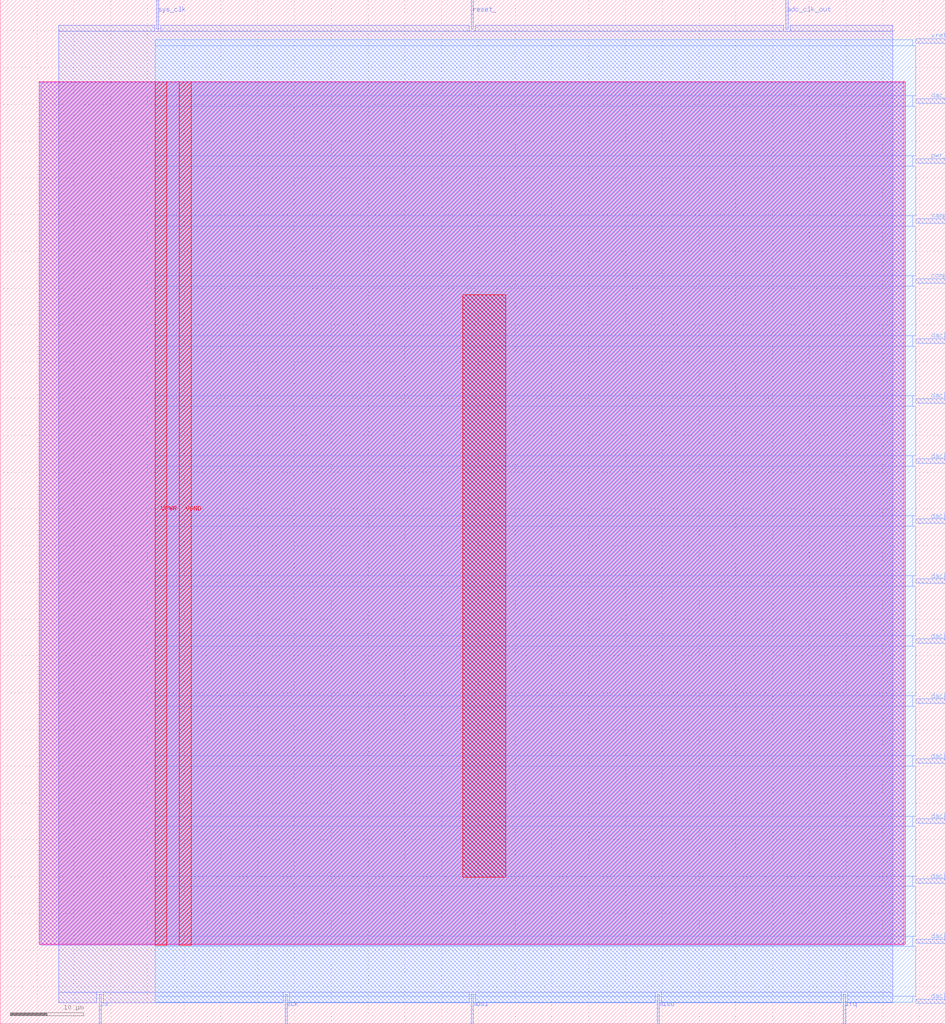
<source format=lef>
VERSION 5.7 ;
  NOWIREEXTENSIONATPIN ON ;
  DIVIDERCHAR "/" ;
  BUSBITCHARS "[]" ;
MACRO spi_adc
  CLASS BLOCK ;
  FOREIGN spi_adc ;
  ORIGIN 0.000 0.000 ;
  SIZE 128.465 BY 139.185 ;
  PIN VGND
    DIRECTION INOUT ;
    USE GROUND ;
    PORT
      LAYER met4 ;
        RECT 24.340 10.640 25.940 128.080 ;
    END
  END VGND
  PIN VPWR
    DIRECTION INOUT ;
    USE POWER ;
    PORT
      LAYER met4 ;
        RECT 21.040 10.640 22.640 128.080 ;
    END
  END VPWR
  PIN adc_clk_out
    DIRECTION OUTPUT ;
    USE SIGNAL ;
    ANTENNADIFFAREA 0.445500 ;
    PORT
      LAYER met2 ;
        RECT 106.810 135.185 107.090 139.185 ;
    END
  END adc_clk_out
  PIN comparator
    DIRECTION INPUT ;
    USE SIGNAL ;
    ANTENNAGATEAREA 0.196500 ;
    PORT
      LAYER met3 ;
        RECT 124.465 100.680 128.465 101.280 ;
    END
  END comparator
  PIN cs
    DIRECTION INPUT ;
    USE SIGNAL ;
    ANTENNAGATEAREA 0.126000 ;
    PORT
      LAYER met2 ;
        RECT 13.430 0.000 13.710 4.000 ;
    END
  END cs
  PIN dac[0]
    DIRECTION OUTPUT ;
    USE SIGNAL ;
    ANTENNADIFFAREA 0.445500 ;
    PORT
      LAYER met3 ;
        RECT 124.465 2.760 128.465 3.360 ;
    END
  END dac[0]
  PIN dac[10]
    DIRECTION OUTPUT ;
    USE SIGNAL ;
    ANTENNADIFFAREA 0.445500 ;
    PORT
      LAYER met3 ;
        RECT 124.465 84.360 128.465 84.960 ;
    END
  END dac[10]
  PIN dac[11]
    DIRECTION OUTPUT ;
    USE SIGNAL ;
    ANTENNADIFFAREA 0.445500 ;
    PORT
      LAYER met3 ;
        RECT 124.465 92.520 128.465 93.120 ;
    END
  END dac[11]
  PIN dac[1]
    DIRECTION OUTPUT ;
    USE SIGNAL ;
    ANTENNADIFFAREA 0.445500 ;
    PORT
      LAYER met3 ;
        RECT 124.465 10.920 128.465 11.520 ;
    END
  END dac[1]
  PIN dac[2]
    DIRECTION OUTPUT ;
    USE SIGNAL ;
    ANTENNADIFFAREA 0.445500 ;
    PORT
      LAYER met3 ;
        RECT 124.465 19.080 128.465 19.680 ;
    END
  END dac[2]
  PIN dac[3]
    DIRECTION OUTPUT ;
    USE SIGNAL ;
    ANTENNADIFFAREA 0.445500 ;
    PORT
      LAYER met3 ;
        RECT 124.465 27.240 128.465 27.840 ;
    END
  END dac[3]
  PIN dac[4]
    DIRECTION OUTPUT ;
    USE SIGNAL ;
    ANTENNADIFFAREA 0.445500 ;
    PORT
      LAYER met3 ;
        RECT 124.465 35.400 128.465 36.000 ;
    END
  END dac[4]
  PIN dac[5]
    DIRECTION OUTPUT ;
    USE SIGNAL ;
    ANTENNADIFFAREA 0.445500 ;
    PORT
      LAYER met3 ;
        RECT 124.465 43.560 128.465 44.160 ;
    END
  END dac[5]
  PIN dac[6]
    DIRECTION OUTPUT ;
    USE SIGNAL ;
    ANTENNADIFFAREA 0.445500 ;
    PORT
      LAYER met3 ;
        RECT 124.465 51.720 128.465 52.320 ;
    END
  END dac[6]
  PIN dac[7]
    DIRECTION OUTPUT ;
    USE SIGNAL ;
    ANTENNADIFFAREA 0.445500 ;
    PORT
      LAYER met3 ;
        RECT 124.465 59.880 128.465 60.480 ;
    END
  END dac[7]
  PIN dac[8]
    DIRECTION OUTPUT ;
    USE SIGNAL ;
    ANTENNADIFFAREA 0.445500 ;
    PORT
      LAYER met3 ;
        RECT 124.465 68.040 128.465 68.640 ;
    END
  END dac[8]
  PIN dac[9]
    DIRECTION OUTPUT ;
    USE SIGNAL ;
    ANTENNADIFFAREA 0.445500 ;
    PORT
      LAYER met3 ;
        RECT 124.465 76.200 128.465 76.800 ;
    END
  END dac[9]
  PIN dac_rst
    DIRECTION OUTPUT ;
    USE SIGNAL ;
    ANTENNADIFFAREA 0.445500 ;
    PORT
      LAYER met3 ;
        RECT 124.465 125.160 128.465 125.760 ;
    END
  END dac_rst
  PIN irq
    DIRECTION OUTPUT ;
    USE SIGNAL ;
    ANTENNADIFFAREA 0.445500 ;
    PORT
      LAYER met2 ;
        RECT 114.630 0.000 114.910 4.000 ;
    END
  END irq
  PIN miso
    DIRECTION OUTPUT ;
    USE SIGNAL ;
    ANTENNADIFFAREA 1.782000 ;
    PORT
      LAYER met2 ;
        RECT 89.330 0.000 89.610 4.000 ;
    END
  END miso
  PIN mosi
    DIRECTION INPUT ;
    USE SIGNAL ;
    ANTENNAGATEAREA 0.196500 ;
    PORT
      LAYER met2 ;
        RECT 64.030 0.000 64.310 4.000 ;
    END
  END mosi
  PIN pwr_gate
    DIRECTION OUTPUT ;
    USE SIGNAL ;
    ANTENNADIFFAREA 0.445500 ;
    PORT
      LAYER met3 ;
        RECT 124.465 117.000 128.465 117.600 ;
    END
  END pwr_gate
  PIN reset_
    DIRECTION INPUT ;
    USE SIGNAL ;
    ANTENNAGATEAREA 0.126000 ;
    PORT
      LAYER met2 ;
        RECT 64.030 135.185 64.310 139.185 ;
    END
  END reset_
  PIN sample_and_hold
    DIRECTION OUTPUT ;
    USE SIGNAL ;
    ANTENNADIFFAREA 0.445500 ;
    PORT
      LAYER met3 ;
        RECT 124.465 108.840 128.465 109.440 ;
    END
  END sample_and_hold
  PIN sck
    DIRECTION INPUT ;
    USE SIGNAL ;
    ANTENNAGATEAREA 0.196500 ;
    PORT
      LAYER met2 ;
        RECT 38.730 0.000 39.010 4.000 ;
    END
  END sck
  PIN sys_clk
    DIRECTION INPUT ;
    USE SIGNAL ;
    ANTENNAGATEAREA 0.852000 ;
    PORT
      LAYER met2 ;
        RECT 21.250 135.185 21.530 139.185 ;
    END
  END sys_clk
  PIN vref_sel
    DIRECTION OUTPUT ;
    USE SIGNAL ;
    ANTENNADIFFAREA 0.445500 ;
    PORT
      LAYER met3 ;
        RECT 124.465 133.320 128.465 133.920 ;
    END
  END vref_sel
  OBS
      LAYER nwell ;
        RECT 5.330 10.795 123.010 128.030 ;
      LAYER li1 ;
        RECT 5.520 10.795 122.820 127.925 ;
      LAYER met1 ;
        RECT 5.520 10.640 122.820 128.080 ;
      LAYER met2 ;
        RECT 7.920 134.905 20.970 135.730 ;
        RECT 21.810 134.905 63.750 135.730 ;
        RECT 64.590 134.905 106.530 135.730 ;
        RECT 107.370 134.905 121.350 135.730 ;
        RECT 7.920 4.280 121.350 134.905 ;
        RECT 7.920 2.875 13.150 4.280 ;
        RECT 13.990 2.875 38.450 4.280 ;
        RECT 39.290 2.875 63.750 4.280 ;
        RECT 64.590 2.875 89.050 4.280 ;
        RECT 89.890 2.875 114.350 4.280 ;
        RECT 115.190 2.875 121.350 4.280 ;
      LAYER met3 ;
        RECT 21.050 132.920 124.065 133.785 ;
        RECT 21.050 126.160 124.465 132.920 ;
        RECT 21.050 124.760 124.065 126.160 ;
        RECT 21.050 118.000 124.465 124.760 ;
        RECT 21.050 116.600 124.065 118.000 ;
        RECT 21.050 109.840 124.465 116.600 ;
        RECT 21.050 108.440 124.065 109.840 ;
        RECT 21.050 101.680 124.465 108.440 ;
        RECT 21.050 100.280 124.065 101.680 ;
        RECT 21.050 93.520 124.465 100.280 ;
        RECT 21.050 92.120 124.065 93.520 ;
        RECT 21.050 85.360 124.465 92.120 ;
        RECT 21.050 83.960 124.065 85.360 ;
        RECT 21.050 77.200 124.465 83.960 ;
        RECT 21.050 75.800 124.065 77.200 ;
        RECT 21.050 69.040 124.465 75.800 ;
        RECT 21.050 67.640 124.065 69.040 ;
        RECT 21.050 60.880 124.465 67.640 ;
        RECT 21.050 59.480 124.065 60.880 ;
        RECT 21.050 52.720 124.465 59.480 ;
        RECT 21.050 51.320 124.065 52.720 ;
        RECT 21.050 44.560 124.465 51.320 ;
        RECT 21.050 43.160 124.065 44.560 ;
        RECT 21.050 36.400 124.465 43.160 ;
        RECT 21.050 35.000 124.065 36.400 ;
        RECT 21.050 28.240 124.465 35.000 ;
        RECT 21.050 26.840 124.065 28.240 ;
        RECT 21.050 20.080 124.465 26.840 ;
        RECT 21.050 18.680 124.065 20.080 ;
        RECT 21.050 11.920 124.465 18.680 ;
        RECT 21.050 10.520 124.065 11.920 ;
        RECT 21.050 3.760 124.465 10.520 ;
        RECT 21.050 2.895 124.065 3.760 ;
      LAYER met4 ;
        RECT 62.855 19.895 68.705 99.105 ;
  END
END spi_adc
END LIBRARY


</source>
